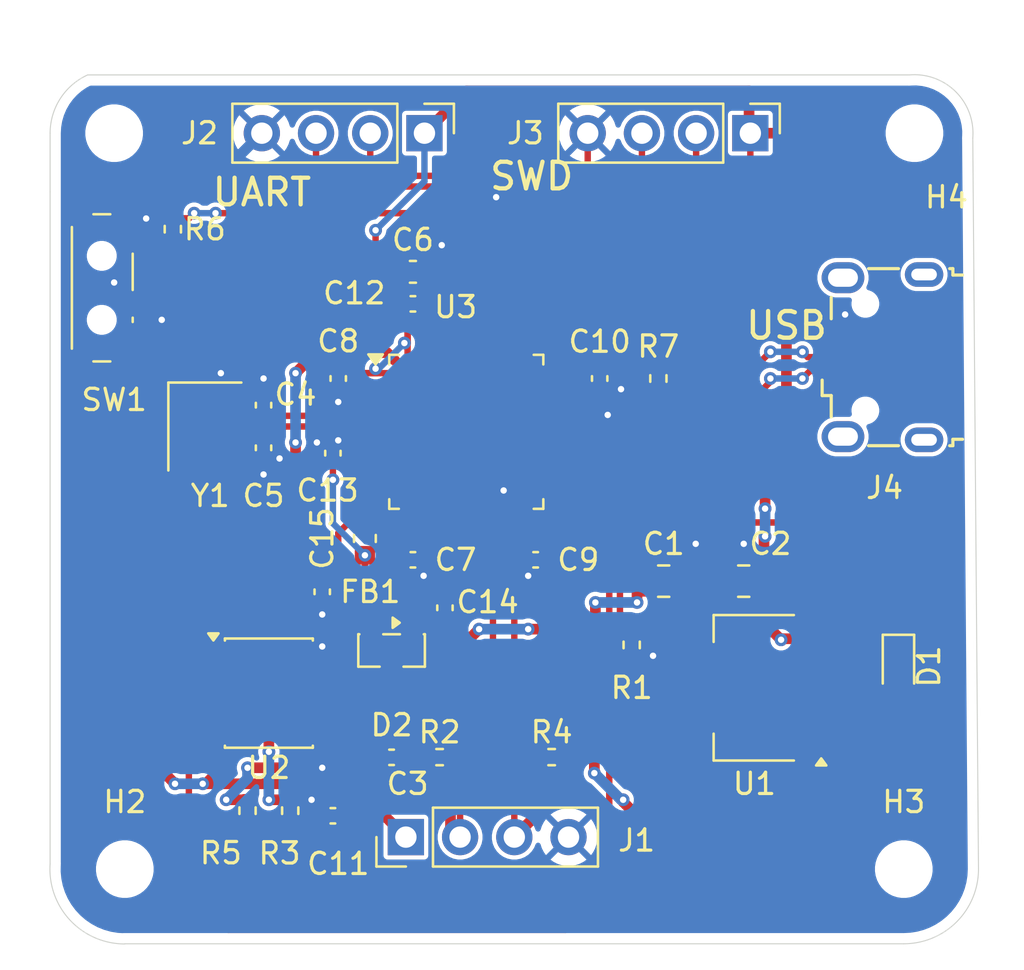
<source format=kicad_pcb>
(kicad_pcb (version 20241229) (generator "pcbnew") (generator_version "9.0")
  (layers (0 "F.Cu" signal) (2 "B.Cu" power) (13 "F.Paste" user) (15 "B.Paste" user) (5 "F.SilkS" user "F.Silkscreen") (7 "B.SilkS" user "B.Silkscreen") (1 "F.Mask" user) (3 "B.Mask" user) (25 "Edge.Cuts" user))
  (net 0 "")
  (net 1 "GND")
  (net 2 "+3.3V")
  (net 3 "/HSE_IN")
  (net 4 "/HSE_OUT")
  (net 5 "/NRST")
  (net 6 "Net-(C11-Pad2)")
  (net 7 "+3.3VA")
  (net 8 "Net-(C15-Pad1)")
  (net 9 "Net-(D1-K)")
  (net 10 "Net-(U2-CANH)")
  (net 11 "Net-(U2-CANL)")
  (net 12 "/I2C2_SCL")
  (net 13 "/I2C2_SDA")
  (net 14 "/USART1_RX")
  (net 15 "/USART1_TX")
  (net 16 "/SWDIO")
  (net 17 "/SWCLK")
  (net 18 "/USB_D-")
  (net 20 "/USB_D+")
  (net 25 "VBUS")
  (net 26 "Net-(U3-BOOT0)")
  (net 27 "Net-(SW1-B)")
  (net 28 "/CAN_RX")
  (net 29 "/CAN_TX")
  (footprint "MountingHole:MountingHole_2.2mm_M2" (layer "F.Cu") (at 131.5 94)
    (property "Reference" "H3")
    (property "Value" "MountingHole")
  )
  (footprint "Connector_USB:USB_Micro-B_Wuerth_629105150521" (layer "F.Cu") (at 130.5 70 90)
    (property "Reference" "J4")
    (property "Value" "USB_B_Micro")
  )
  (footprint "Capacitor_SMD:C_0402_1005Metric" (layer "F.Cu") (at 108.5 67.5)
    (property "Reference" "C12")
    (property "Value" "100n")
  )
  (footprint "Inductor_SMD:L_0603_1608Metric" (layer "F.Cu") (at 106.25 78.5 90)
    (property "Reference" "FB1")
    (property "Value" "120R")
  )
  (footprint "Resistor_SMD:R_0402_1005Metric" (layer "F.Cu") (at 115 88.75)
    (property "Reference" "R4")
    (property "Value" "1k5")
  )
  (footprint "Capacitor_SMD:C_0402_1005Metric" (layer "F.Cu") (at 105 71 -90)
    (property "Reference" "C8")
    (property "Value" "100n")
  )
  (footprint "Capacitor_SMD:C_0402_1005Metric" (layer "F.Cu") (at 104.25 81 -90)
    (property "Reference" "C15")
    (property "Value" "1u")
  )
  (footprint "MountingHole:MountingHole_2.2mm_M2" (layer "F.Cu") (at 132 59.5)
    (property "Reference" "H4")
    (property "Value" "MountingHole")
  )
  (footprint "Button_Switch_SMD:SW_SPDT_PCM12" (layer "F.Cu") (at 94.25 66.75 -90)
    (property "Reference" "SW1")
    (property "Value" "SW_SPDT")
  )
  (footprint "Resistor_SMD:R_0402_1005Metric" (layer "F.Cu") (at 102.75 91.26 -90)
    (property "Reference" "R3")
    (property "Value" "60")
  )
  (footprint "Capacitor_SMD:C_0402_1005Metric" (layer "F.Cu") (at 104.75 74.5 90)
    (property "Reference" "C13")
    (property "Value" "10n")
  )
  (footprint "Capacitor_SMD:C_0805_2012Metric" (layer "F.Cu") (at 120.25 80.5)
    (property "Reference" "C1")
    (property "Value" "22u")
  )
  (footprint "MountingHole:MountingHole_2.2mm_M2" (layer "F.Cu") (at 95 94)
    (property "Reference" "H2")
    (property "Value" "MountingHole")
  )
  (footprint "Resistor_SMD:R_0402_1005Metric" (layer "F.Cu") (at 97.25 64 90)
    (property "Reference" "R6")
    (property "Value" "10k")
  )
  (footprint "Capacitor_SMD:C_0402_1005Metric" (layer "F.Cu") (at 107.5 88.76 180)
    (property "Reference" "C3")
    (property "Value" "0.1u")
  )
  (footprint "Resistor_SMD:R_0402_1005Metric" (layer "F.Cu") (at 120 71 -90)
    (property "Reference" "R7")
    (property "Value" "1k5")
  )
  (footprint "Capacitor_SMD:C_0402_1005Metric" (layer "F.Cu") (at 101.5 72.25 90)
    (property "Reference" "C4")
    (property "Value" "10p")
  )
  (footprint "Capacitor_SMD:C_0402_1005Metric" (layer "F.Cu") (at 114.25 79.5 180)
    (property "Reference" "C9")
    (property "Value" "100n")
  )
  (footprint "Resistor_SMD:R_0402_1005Metric" (layer "F.Cu") (at 109.75 88.75)
    (property "Reference" "R2")
    (property "Value" "1k5")
  )
  (footprint "Capacitor_SMD:C_0402_1005Metric" (layer "F.Cu") (at 101.5 74.25 -90)
    (property "Reference" "C5")
    (property "Value" "10p")
  )
  (footprint "Capacitor_SMD:C_0402_1005Metric" (layer "F.Cu") (at 108.5 79.5)
    (property "Reference" "C7")
    (property "Value" "100n")
  )
  (footprint "MountingHole:MountingHole_2.2mm_M2" (layer "F.Cu") (at 94.5 59.5)
    (property "Reference" "H1")
    (property "Value" "MountingHole")
  )
  (footprint "Resistor_SMD:R_0402_1005Metric" (layer "F.Cu") (at 100.75 91.26 90)
    (property "Reference" "R5")
    (property "Value" "60")
  )
  (footprint "Crystal:Crystal_SMD_3225-4Pin_3.2x2.5mm" (layer "F.Cu") (at 98.75 73.25 -90)
    (property "Reference" "Y1")
    (property "Value" "16MHz")
  )
  (footprint "LED_SMD:LED_0603_1608Metric" (layer "F.Cu") (at 131.25 84.5 -90)
    (property "Reference" "D1")
    (property "Value" "LED")
  )
  (footprint "Package_TO_SOT_SMD:SOT-223-3_TabPin2" (layer "F.Cu") (at 124.5 85.5 180)
    (property "Reference" "U1")
    (property "Value" "AMS1117-3.3")
  )
  (footprint "Package_QFP:LQFP-48_7x7mm_P0.5mm" (layer "F.Cu") (at 111 73.5)
    (property "Reference" "U3")
    (property "Value" "STM32F103C8T6")
  )
  (footprint "Capacitor_SMD:C_0402_1005Metric" (layer "F.Cu") (at 110 81.75 90)
    (property "Reference" "C14")
    (property "Value" "1u")
  )
  (footprint "Capacitor_SMD:C_0402_1005Metric" (layer "F.Cu") (at 104.75 91.5)
    (property "Reference" "C11")
    (property "Value" "4.7n")
  )
  (footprint "Package_SO:SOIC-8_3.9x4.9mm_P1.27mm" (layer "F.Cu") (at 101.75 85.75)
    (property "Reference" "U2")
    (property "Value" "SN65HVD230")
  )
  (footprint "Connector_PinHeader_2.54mm:PinHeader_1x04_P2.54mm_Vertical" (layer "F.Cu") (at 124.31 59.5 -90)
    (property "Reference" "J3")
    (property "Value" "Conn_01x04_Pin")
  )
  (footprint "Package_TO_SOT_SMD:SOT-23" (layer "F.Cu") (at 107.5 83.75 -90)
    (property "Reference" "D2")
    (property "Value" "NUP2105L")
  )
  (footprint "Capacitor_SMD:C_0805_2012Metric" (layer "F.Cu") (at 124 80.5 180)
    (property "Reference" "C2")
    (property "Value" "22u")
  )
  (footprint "Capacitor_SMD:C_0402_1005Metric" (layer "F.Cu") (at 117.25 71 -90)
    (property "Reference" "C10")
    (property "Value" "100n")
  )
  (footprint "Resistor_SMD:R_0402_1005Metric" (layer "F.Cu") (at 118.75 83.49 -90)
    (property "Reference" "R1")
    (property "Value" "1k5")
  )
  (footprint "Capacitor_SMD:C_0603_1608Metric" (layer "F.Cu") (at 108.5 66)
    (property "Reference" "C6")
    (property "Value" "10u")
  )
  (footprint "Connector_PinHeader_2.54mm:PinHeader_1x04_P2.54mm_Vertical" (layer "F.Cu") (at 108.17 92.5 90)
    (property "Reference" "J1")
    (property "Value" "Conn_01x04_Pin")
  )
  (footprint "Connector_PinHeader_2.54mm:PinHeader_1x04_P2.54mm_Vertical" (layer "F.Cu") (at 109.04 59.5 -90)
    (property "Reference" "J2")
    (property "Value" "Conn_01x04_Pin")
  )
  (gr_line (start 91.5 62.25) (end 91.5 59.5) (stroke (width 0.05)) (layer "Edge.Cuts"))
  (gr_line (start 93.258591 56.768901) (end 131.758591 56.768901) (stroke (width 0.05)) (layer "Edge.Cuts"))
  (gr_arc (start 95 97.508917) (mid 92.431953 96.391158) (end 91.5 93.75) (stroke (width 0.05)) (layer "Edge.Cuts"))
  (gr_arc (start 135 94) (mid 133.974874 96.474874) (end 131.5 97.5) (stroke (width 0.05)) (layer "Edge.Cuts"))
  (gr_line (start 134.732277 59.72769) (end 135 94) (stroke (width 0.05)) (layer "Edge.Cuts"))
  (gr_line (start 131.5 97.5) (end 95 97.5) (stroke (width 0.05)) (layer "Edge.Cuts"))
  (gr_arc (start 131.758591 56.768901) (mid 133.933834 57.55643) (end 134.732277 59.72769) (stroke (width 0.05)) (layer "Edge.Cuts"))
  (gr_arc (start 91.5 59.5) (mid 91.977677 57.875843) (end 93.258591 56.768901) (stroke (width 0.05)) (layer "Edge.Cuts"))
  (gr_line (start 91.5 62.25) (end 91.5 93.75) (stroke (width 0.05)) (layer "Edge.Cuts"))
  (gr_text "SWD" (at 112 62.25 0) (layer "F.SilkS") (effects (font (size 1.25 1.25) (thickness 0.2)) (justify left bottom)))
  (gr_text "USB" (at 124 69.25 0) (layer "F.SilkS") (effects (font (size 1.25 1.25) (thickness 0.2)) (justify left bottom)))
  (gr_text "UART" (at 99 63 0) (layer "F.SilkS") (effects (font (size 1.25 1.25) (thickness 0.2)) (justify left bottom)))
  (segment (start 114.501 71.25) (end 116.16924 71.25) (width 0.3) (layer "F.Cu") (net 1))
  (segment (start 108.75 67.73) (end 108.98 67.5) (width 0.3) (layer "F.Cu") (net 1))
  (segment (start 108.98 67.5) (end 108.98 66.295) (width 0.3) (layer "F.Cu") (net 1))
  (segment (start 116.16924 71.25) (end 117.62689 72.70765) (width 0.3) (layer "F.Cu") (net 1))
  (segment (start 112.75 76.25) (end 113.25 76.75) (width 0.3) (layer "F.Cu") (net 1))
  (segment (start 97.9 74.35) (end 99.05 75.5) (width 0.3) (layer "F.Cu") (net 1))
  (segment (start 116.69 62.44) (end 116.69 59.5) (width 0.3) (layer "F.Cu") (net 1))
  (segment (start 97.9 74.35) (end 96.949 73.399) (width 0.3) (layer "F.Cu") (net 1))
  (segment (start 96.949 71.44413) (end 97.29413 71.099) (width 0.3) (layer "F.Cu") (net 1))
  (segment (start 103.910958 81.48) (end 100.275958 85.115) (width 0.3) (layer "F.Cu") (net 1))
  (segment (start 113.25 77.6625) (end 113.25 76.75) (width 0.3) (layer "F.Cu") (net 1))
  (segment (start 104.75 74.02) (end 104.02 74.02) (width 0.3) (layer "F.Cu") (net 1))
  (segment (start 101.5 74.73) (end 101.5 75.5) (width 0.5) (layer "F.Cu") (net 1))
  (segment (start 118.23 71.48) (end 118.25 71.5) (width 0.3) (layer "F.Cu") (net 1))
  (segment (start 105.75 85.25) (end 105.75 84.8109) (width 0.5) (layer "F.Cu") (net 1))
  (segment (start 106.9375 85.25) (end 105.75 85.25) (width 0.5) (layer "F.Cu") (net 1))
  (segment (start 117.25 71.48) (end 118.23 71.48) (width 0.3) (layer "F.Cu") (net 1))
  (segment (start 99.5 70.75) (end 99.5 72.05) (width 0.5) (layer "F.Cu") (net 1))
  (segment (start 115.1625 71.25) (end 114.501 71.25) (width 0.3) (layer "F.Cu") (net 1))
  (segment (start 96 64.18) (end 95.68 64.5) (width 0.5) (layer "F.Cu") (net 1))
  (segment (start 101.5 74.73) (end 102.23 74.73) (width 0.5) (layer "F.Cu") (net 1))
  (segment (start 128.6 68.7) (end 128.6 68.15) (width 0.3) (layer "F.Cu") (net 1))
  (segment (start 116.75 62.5) (end 116.69 62.44) (width 0.3) (layer "F.Cu") (net 1))
  (segment (start 98.549 71.099) (end 99.6 72.15) (width 0.3) (layer "F.Cu") (net 1))
  (segment (start 107.02 88.76) (end 104.889 88.76) (width 0.3) (layer "F.Cu") (net 1))
  (segment (start 113.77 80.12) (end 113.9 80.25) (width 0.3) (layer "F.Cu") (net 1))
  (segment (start 117.02 71.25) (end 117.25 71.48) (width 0.3) (layer "F.Cu") (net 1))
  (segment (start 109.729 80.999) (end 109 80.999) (width 0.3) (layer "F.Cu") (net 1))
  (segment (start 104.02 74.02) (end 104 74) (width 0.3) (layer "F.Cu") (net 1))
  (segment (start 109.275 66) (end 109.275 65.325) (width 0.3) (layer "F.Cu") (net 1))
  (segment (start 104.25 83.5625) (end 104.25 83.82) (width 0.3) (layer "F.Cu") (net 1))
  (segment (start 128.6 68.15) (end 128.75 68) (width 0.3) (layer "F.Cu") (net 1))
  (segment (start 96.979999 68.5) (end 96.73 68.250001) (width 0.5) (layer "F.Cu") (net 1))
  (segment (start 99.5 72.05) (end 99.6 72.15) (width 0.5) (layer "F.Cu") (net 1))
  (segment (start 103.75 90.98) (end 104.27 91.5) (width 0.3) (layer "F.Cu") (net 1))
  (segment (start 113.25 78.98) (end 113.77 79.5) (width 0.3) (layer "F.Cu") (net 1))
  (segment (start 103.75 90.75) (end 103.75 90.98) (width 0.3) (layer "F.Cu") (net 1))
  (segment (start 109.275 65.325) (end 109.85 64.75) (width 0.3) (layer "F.Cu") (net 1))
  (segment (start 108.75 69.3375) (end 108.75 67.73) (width 0.3) (layer "F.Cu") (net 1))
  (segment (start 102.23 74.73) (end 102.25 74.75) (width 0.5) (layer "F.Cu") (net 1))
  (segment (start 104.889 88.76) (end 104.25 89.399) (width 0.3) (layer "F.Cu") (net 1))
  (segment (start 108.98 66.295) (end 109.275 66) (width 0.3) (layer "F.Cu") (net 1))
  (segment (start 108.98 79.5) (end 108.98 80.23) (width 0.5) (layer "F.Cu") (net 1))
  (segment (start 96.949 73.399) (end 96.949 71.44413) (width 0.3) (layer "F.Cu") (net 1))
  (segment (start 104.25 81.48) (end 103.910958 81.48) (width 0.3) (layer "F.Cu") (net 1))
  (segment (start 105 73.9) (end 104.87 73.9) (width 0.5) (layer "F.Cu") (net 1))
  (segment (start 104.25 81.48) (end 104.25 82.0625) (width 0.3) (layer "F.Cu") (net 1))
  (segment (start 97.29413 71.099) (end 98.549 71.099) (width 0.3) (layer "F.Cu") (net 1))
  (segment (start 104.25 83.82) (end 104.225 83.845) (width 0.3) (layer "F.Cu") (net 1))
  (segment (start 105 71.48) (end 105 72.1) (width 0.5) (layer "F.Cu") (net 1))
  (segment (start 104.7841 83.845) (end 104.225 83.845) (width 0.5) (layer "F.Cu") (net 1))
  (segment (start 101.5 71.77) (end 101.5 71.25) (width 0.5) (layer "F.Cu") (net 1))
  (segment (start 105.75 84.8109) (end 104.7841 83.845) (width 0.5) (layer "F.Cu") (net 1))
  (segment (start 95.68 65.32) (end 95.68 64.5) (width 0.5) (layer "F.Cu") (net 1))
  (segment (start 113.77 79.5) (end 113.77 80.12) (width 0.3) (layer "F.Cu") (net 1))
  (segment (start 100.275958 85.115) (end 99.275 85.115) (width 0.3) (layer "F.Cu") (net 1))
  (segment (start 96 63.5) (end 96 64.18) (width 0.5) (layer "F.Cu") (net 1))
  (segment (start 118.25 71.5) (end 118.25 72.08454) (width 0.3) (layer "F.Cu") (net 1))
  (segment (start 108.98 80.23) (end 109 80.25) (width 0.5) (layer "F.Cu") (net 1))
  (segment (start 99.05 75.5) (end 101.5 75.5) (width 0.3) (layer "F.Cu") (net 1))
  (segment (start 104.98 74.25) (end 104.75 74.02) (width 0.3) (layer "F.Cu") (net 1))
  (segment (start 94.5 66.5) (end 95.68 65.32) (width 0.5) (layer "F.Cu") (net 1))
  (segment (start 97.25 68.5) (end 96.979999 68.5) (width 0.5) (layer "F.Cu") (net 1))
  (segment (start 104.25 89.399) (end 104.25 89.25) (width 0.3) (layer "F.Cu") (net 1))
  (segment (start 107.5 84.6875) (end 106.9375 85.25) (width 0.5) (layer "F.Cu") (net 1))
  (segment (start 110 81.27) (end 109.729 80.999) (width 0.3) (layer "F.Cu") (net 1))
  (segment (start 109.025 67.455) (end 108.98 67.5) (width 0.3) (layer "F.Cu") (net 1))
  (segment (start 106.8375 74.25) (end 104.98 74.25) (width 0.3) (layer "F.Cu") (net 1))
  (segment (start 118.75 84) (end 119.75 84) (width 0.5) (layer "F.Cu") (net 1))
  (segment (start 109 80.999) (end 109 80.25) (width 0.3) (layer "F.Cu") (net 1))
  (segment (start 118.25 72.08454) (end 117.62689 72.70765) (width 0.3) (layer "F.Cu") (net 1))
  (segment (start 104.87 73.9) (end 104.75 74.02) (width 0.5) (layer "F.Cu") (net 1))
  (segment (start 113.25 77.6625) (end 113.25 78.98) (width 0.3) (layer "F.Cu") (net 1))
  (segment (start 112.4 62.5) (end 116.75 62.5) (width 0.3) (layer "F.Cu") (net 1))
  (segment (start 99.5 70.75) (end 97.25 68.5) (width 0.5) (layer "F.Cu") (net 1))
  (segment (start 101.5 71.25) (end 101.5 71) (width 0.5) (layer "F.Cu") (net 1))
  (via (at 105 73.9) (size 0.6) (drill 0.3) (layers "F.Cu" "B.Cu") (net 1))
  (via (at 94.5 66.5) (size 0.6) (drill 0.3) (layers "F.Cu" "B.Cu") (net 1))
  (via (at 119.75 84) (size 0.6) (drill 0.3) (layers "F.Cu" "B.Cu") (net 1))
  (via (at 112.75 76.25) (size 0.6) (drill 0.3) (layers "F.Cu" "B.Cu") (net 1))
  (via (at 113.9 80.25) (size 0.6) (drill 0.3) (layers "F.Cu" "B.Cu") (net 1))
  (via (at 104 74) (size 0.6) (drill 0.3) (layers "F.Cu" "B.Cu") (net 1))
  (via (at 104.25 82.0625) (size 0.6) (drill 0.3) (layers "F.Cu" "B.Cu") (net 1))
  (via (at 118.25 71.5) (size 0.6) (drill 0.3) (layers "F.Cu" "B.Cu") (net 1))
  (via (at 101.5 75.5) (size 0.6) (drill 0.3) (layers "F.Cu" "B.Cu") (net 1))
  (via (at 96 63.5) (size 0.6) (drill 0.3) (layers "F.Cu" "B.Cu") (net 1))
  (via (at 109 80.25) (size 0.6) (drill 0.3) (layers "F.Cu" "B.Cu") (net 1))
  (via (at 112.4 62.5) (size 0.6) (drill 0.3) (layers "F.Cu" "B.Cu") (net 1))
  (via (at 128.75 68) (size 0.6) (drill 0.3) (layers "F.Cu" "B.Cu") (net 1))
  (via (at 109.85 64.75) (size 0.6) (drill 0.3) (layers "F.Cu" "B.Cu") (net 1))
  (via (at 103.75 90.75) (size 0.6) (drill 0.3) (layers "F.Cu" "B.Cu") (net 1))
  (via (at 102.25 74.75) (size 0.6) (drill 0.3) (layers "F.Cu" "B.Cu") (net 1))
  (via (at 121.75 78.75) (size 0.6) (drill 0.3) (layers "F.Cu" "B.Cu") (net 1))
  (via (at 96.73 68.250001) (size 0.6) (drill 0.3) (layers "F.Cu" "B.Cu") (net 1))
  (via (at 101.5 71) (size 0.6) (drill 0.3) (layers "F.Cu" "B.Cu") (net 1))
  (via (at 104.25 89.25) (size 0.6) (drill 0.3) (layers "F.Cu" "B.Cu") (net 1))
  (via (at 104.25 83.5625) (size 0.6) (drill 0.3) (layers "F.Cu" "B.Cu") (net 1))
  (via (at 105 72.1) (size 0.6) (drill 0.3) (layers "F.Cu" "B.Cu") (net 1))
  (via (at 99.5 70.75) (size 0.6) (drill 0.3) (layers "F.Cu" "B.Cu") (net 1))
  (via (at 124 78.75) (size 0.6) (drill 0.3) (layers "F.Cu" "B.Cu") (net 1))
  (via (at 117.62689 72.70765) (size 0.6) (drill 0.3) (layers "F.Cu" "B.Cu") (net 1))
  (segment (start 116.5 77.75) (end 114.25 77.75) (width 0.3) (layer "B.Cu") (net 1))
  (segment (start 95 67.985083) (end 94.5 67.485083) (width 0.5) (layer "B.Cu") (net 1))
  (segment (start 114 77) (end 113.5 77) (width 0.3) (layer "B.Cu") (net 1))
  (segment (start 104.25 90.25) (end 103.75 90.75) (width 0.3) (layer "B.Cu") (net 1))
  (segment (start 102.25 74.75) (end 103.5 74.75) (width 0.5) (layer "B.Cu") (net 1))
  (segment (start 117.5 78.75) (end 116.5 77.75) (width 0.3) (layer "B.Cu") (net 1))
  (segment (start 105 72.1) (end 105 73.9) (width 0.5) (layer "B.Cu") (net 1))
  (segment (start 99 60.5) (end 100.42 60.5) (width 0.5) (layer "B.Cu") (net 1))
  (segment (start 104.25 89.25) (end 104.25 90.25) (width 0.3) (layer "B.Cu") (net 1))
  (segment (start 110 81.25) (end 111 80.25) (width 0.3) (layer "B.Cu") (net 1))
  (segment (start 114.25 77.75) (end 114 77.5) (width 0.3) (layer "B.Cu") (net 1))
  (segment (start 100.42 60.5) (end 101.42 59.5) (width 0.5) (layer "B.Cu") (net 1))
  (segment (start 117.62689 72.70765) (end 116.5 73.83454) (width 0.3) (layer "B.Cu") (net 1))
  (segment (start 121.75 78.75) (end 117.5 78.75) (width 0.3) (layer "B.Cu") (net 1))
  (segment (start 128.75 68) (end 121.75 68) (width 0.3) (layer "B.Cu") (net 1))
  (segment (start 109.85 64.75) (end 112.1 62.5) (width 0.3) (layer "B.Cu") (net 1))
  (segment (start 113.5 77) (end 112.75 76.25) (width 0.3) (layer "B.Cu") (net 1))
  (segment (start 104.25 82.0625) (end 104.25 83.5625) (width 0.3) (layer "B.Cu") (net 1))
  (segment (start 104 74.25) (end 104 74) (width 0.5) (layer "B.Cu") (net 1))
  (segment (start 116.5 73.83454) (end 116.5 77.75) (width 0.3) (layer "B.Cu") (net 1))
  (segment (start 96 63.5) (end 99 60.5) (width 0.5) (layer "B.Cu") (net 1))
  (segment (start 96.73 68.250001) (end 95 68.25) (width 0.5) (layer "B.Cu") (net 1))
  (segment (start 103.5 74.75) (end 104 74.25) (width 0.5) (layer "B.Cu") (net 1))
  (segment (start 114 77.5) (end 114 77) (width 0.3) (layer "B.Cu") (net 1))
  (segment (start 94.5 67.485083) (end 94.5 66.5) (width 0.5) (layer "B.Cu") (net 1))
  (segment (start 111 80.25) (end 113.9 80.25) (width 0.3) (layer "B.Cu") (net 1))
  (segment (start 121.75 68) (end 118.25 71.5) (width 0.3) (layer "B.Cu") (net 1))
  (segment (start 95 68.25) (end 95 67.985083) (width 0.5) (layer "B.Cu") (net 1))
  (segment (start 112.1 62.5) (end 112.4 62.5) (width 0.3) (layer "B.Cu") (net 1))
  (segment (start 115.1625 70.75) (end 117.02 70.75) (width 0.3) (layer "F.Cu") (net 2))
  (segment (start 117.25 70.52) (end 119.97 70.52) (width 0.3) (layer "F.Cu") (net 2))
  (segment (start 109.24 88.75) (end 107.99 88.75) (width 0.5) (layer "F.Cu") (net 2))
  (segment (start 124.95 80.5) (end 124.95 78.45) (width 0.5) (layer "F.Cu") (net 2))
  (segment (start 106.8375 70.75) (end 105.23 70.75) (width 0.3) (layer "F.Cu") (net 2))
  (segment (start 117 82.5) (end 114.73 80.23) (width 0.5) (layer "F.Cu") (net 2))
  (segment (start 108.25 69.3375) (end 108.25 67.73) (width 0.3) (layer "F.Cu") (net 2))
  (segment (start 106.8375 70.6265) (end 106.75 70.539) (width 0.3) (layer "F.Cu") (net 2))
  (segment (start 117 82.5) (end 117.049 82.451) (width 0.5) (layer "F.Cu") (net 2))
  (segment (start 111.6 82.75) (end 109.24 85.11) (width 0.5) (layer "F.Cu") (net 2))
  (segment (start 120 70.49) (end 124.31 66.18) (width 0.3) (layer "F.Cu") (net 2))
  (segment (start 124.95 78.45) (end 125 78.4) (width 0.5) (layer "F.Cu") (net 2))
  (segment (start 130 90.5) (end 127 93.5) (width 0.5) (layer "F.Cu") (net 2))
  (segment (start 131.0375 85.5) (end 131.25 85.2875) (width 0.5) (layer "F.Cu") (net 2))
  (segment (start 107.99 88.75) (end 107.98 88.76) (width 0.5) (layer "F.Cu") (net 2))
  (segment (start 100.75 86.5) (end 100.75 87.901) (width 0.3) (layer "F.Cu") (net 2))
  (segment (start 124.25 57.519901) (end 124.25 59.44) (width 0.5) (layer "F.Cu") (net 2))
  (segment (start 117 89.5) (end 117 82.5) (width 0.5) (layer "F.Cu") (net 2))
  (segment (start 126 60) (end 125.5 59.5) (width 0.5) (layer "F.Cu") (net 2))
  (segment (start 121 93.5) (end 118.5 91) (width 0.5) (layer "F.Cu") (net 2))
  (segment (start 111.020099 57.519901) (end 124.25 57.519901) (width 0.5) (layer "F.Cu") (net 2))
  (segment (start 105.23 70.75) (end 105 70.52) (width 0.3) (layer "F.Cu") (net 2))
  (segment (start 113.75 78.75) (end 114.25 78.75) (width 0.3) (layer "F.Cu") (net 2))
  (segment (start 94 89) (end 94.5 89.5) (width 0.5) (layer "F.Cu") (net 2))
  (segment (start 94.628 69) (end 94 69.628) (width 0.5) (layer "F.Cu") (net 2))
  (segment (start 99.275 86.385) (end 100.635 86.385) (width 0.3) (layer "F.Cu") (net 2))
  (segment (start 119 81.5) (end 119 80.8) (width 0.5) (layer "F.Cu") (net 2))
  (segment (start 117 82.5) (end 116.75 82.75) (width 0.5) (layer "F.Cu") (net 2))
  (segment (start 124.95 80.5) (end 124.95 82.45) (width 0.5) (layer "F.Cu") (net 2))
  (segment (start 117.02 70.75) (end 117.25 70.52) (width 0.3) (layer "F.Cu") (net 2))
  (segment (start 114.49 83.51) (end 114.49 88.75) (width 0.5) (layer "F.Cu") (net 2))
  (segment (start 109.24 85.11) (end 109.24 88.75) (width 0.5) (layer "F.Cu") (net 2))
  (segment (start 106.929682 91.259682) (end 108.17 92.5) (width 0.5) (layer "F.Cu") (net 2))
  (segment (start 100.75 87.901) (end 98.651 90) (width 0.3) (layer "F.Cu") (net 2))
  (segment (start 115.25 82.75) (end 114 82.75) (width 0.5) (layer "F.Cu") (net 2))
  (segment (start 118.5 91) (end 118.35 90.85) (width 0.5) (layer "F.Cu") (net 2))
  (segment (start 98.65 90) (end 98.651 90) (width 0.5) (layer "F.Cu") (net 2))
  (segment (start 116.75 82.75) (end 115.25 82.75) (width 0.5) (layer "F.Cu") (net 2))
  (segment (start 131.25 85.2875) (end 132.5 84.0375) (width 0.5) (layer "F.Cu") (net 2))
  (segment (start 119 80.8) (end 119.3 80.5) (width 0.5) (layer "F.Cu") (net 2))
  (segment (start 127 93.5) (end 121 93.5) (width 0.5) (layer "F.Cu") (net 2))
  (segment (start 106.929682 90) (end 98.65 90) (width 0.5) (layer "F.Cu") (net 2))
  (segment (start 113.75 77.6625) (end 113.75 78.75) (width 0.3) (layer "F.Cu") (net 2))
  (segment (start 114 82.75) (end 113.9 82.75) (width 0.5) (layer "F.Cu") (net 2))
  (segment (start 119.97 70.52) (end 120 70.49) (width 0.3) (layer "F.Cu") (net 2))
  (segment (start 126 74.75) (end 126 60) (width 0.5) (layer "F.Cu") (net 2))
  (segment (start 115.25 82.75) (end 114.49 83.51) (width 0.5) (layer "F.Cu") (net 2))
  (segment (start 125.8 83.2) (end 125.75 83.25) (width 0.5) (layer "F.Cu") (net 2))
  (segment (start 115.1625 70.75) (end 114.969235 70.75) (width 0.3) (layer "F.Cu") (net 2))
  (segment (start 127.65 83.2) (end 125.8 83.2) (width 0.5) (layer "F.Cu") (net 2))
  (segment (start 114.25 78.75) (end 114.73 79.23) (width 0.3) (layer "F.Cu") (net 2))
  (segment (start 124.95 82.45) (end 125.75 83.25) (width 0.5) (layer "F.Cu") (net 2))
  (segment (start 94 69.628) (end 94 89) (width 0.5) (layer "F.Cu") (net 2))
  (segment (start 125 77.1) (end 125 75.75) (width 0.5) (layer "F.Cu") (net 2))
  (segment (start 132.5 84.0375) (end 132.5 81.25) (width 0.5) (layer "F.Cu") (net 2))
  (segment (start 114.73 79.23) (end 114.73 79.5) (width 0.3) (layer "F.Cu") (net 2))
  (segment (start 125 75.75) (end 126 74.75) (width 0.5) (layer "F.Cu") (net 2))
  (segment (start 124.25 59.44) (end 124.31 59.5) (width 0.5) (layer "F.Cu") (net 2))
  (segment (start 132.5 81.25) (end 126 74.75) (width 0.5) (layer "F.Cu") (net 2))
  (segment (start 106.75 64.75) (end 106.75 64.049997) (width 0.3) (layer "F.Cu") (net 2))
  (segment (start 100.635 86.385) (end 100.75 86.5) (width 0.3) (layer "F.Cu") (net 2))
  (segment (start 109.04 59.5) (end 111.020099 57.519901) (width 0.5) (layer "F.Cu") (net 2))
  (segment (start 107.725 66) (end 107.725 65.725) (width 0.3) (layer "F.Cu") (net 2))
  (segment (start 124.31 66.18) (end 124.31 59.5) (width 0.3) (layer "F.Cu") (net 2))
  (segment (start 95.68 69) (end 94.628 69) (width 0.5) (layer "F.Cu") (net 2))
  (segment (start 117.049 82.451) (end 117.049 81.5) (width 0.5) (layer "F.Cu") (net 2))
  (segment (start 125.5 59.5) (end 124.31 59.5) (width 0.5) (layer "F.Cu") (net 2))
  (segment (start 127.65 85.5) (end 130 85.5) (width 0.5) (layer "F.Cu") (net 2))
  (segment (start 106.8375 70.75) (end 106.8375 70.6265) (width 0.3) (layer "F.Cu") (net 2))
  (segment (start 108.02 66.295) (end 107.725 66) (width 0.3) (layer "F.Cu") (net 2))
  (segment (start 130 85.5) (end 130 90.5) (width 0.5) (layer "F.Cu") (net 2))
  (segment (start 107.98 88.76) (end 107.98 88.949682) (width 0.5) (layer "F.Cu") (net 2))
  (segment (start 107.98 88.949682) (end 107.089841 89.839841) (width 0.5) (layer "F.Cu") (net 2))
  (segment (start 94.5 89.5) (end 96.851 89.5) (width 0.5) (layer "F.Cu") (net 2))
  (segment (start 106.929682 90) (end 106.929682 91.259682) (width 0.5) (layer "F.Cu") (net 2))
  (segment (start 108.25 67.73) (end 108.02 67.5) (width 0.3) (layer "F.Cu") (net 2))
  (segment (start 130 85.5) (end 131.0375 85.5) (width 0.5) (layer "F.Cu") (net 2))
  (segment (start 108.02 67.5) (end 108.02 66.295) (width 0.3) (layer "F.Cu") (net 2))
  (segment (start 107.725 65.725) (end 106.75 64.75) (width 0.3) (layer "F.Cu") (net 2))
  (segment (start 108.1 69.3375) (end 108.25 69.3375) (width 0.3) (layer "F.Cu") (net 2))
  (segment (start 118.35 90.85) (end 118.35 90.75) (width 0.5) (layer "F.Cu") (net 2))
  (segment (start 114.73 80.23) (end 114.73 79.5) (width 0.5) (layer "F.Cu") (net 2))
  (segment (start 107.089841 89.839841) (end 106.929682 90) (width 0.5) (layer "F.Cu") (net 2))
  (segment (start 96.851 89.5) (end 97.351 90) (width 0.5) (layer "F.Cu") (net 2))
  (via (at 108.1 69.3375) (size 0.6) (drill 0.3) (layers "F.Cu" "B.Cu") (net 2))
  (via (at 98.651 90) (size 0.6) (drill 0.3) (layers "F.Cu" "B.Cu") (net 2))
  (via (at 111.6 82.75) (size 0.6) (drill 0.3) (layers "F.Cu" "B.Cu") (net 2))
  (via (at 113.9 82.75) (size 0.6) (drill 0.3) (layers "F.Cu" "B.Cu") (net 2))
  (via (at 106.75 70.539) (size 0.6) (drill 0.3) (layers "F.Cu" "B.Cu") (net 2))
  (via (at 125 77.1) (size 0.6) (drill 0.3) (layers "F.Cu" "B.Cu") (net 2))
  (via (at 117 89.5) (size 0.6) (drill 0.3) (layers "F.Cu" "B.Cu") (net 2))
  (via (at 106.75 64.049997) (size 0.6) (drill 0.3) (layers "F.Cu" "B.Cu") (net 2))
  (via (at 125.75 83.25) (size 0.6) (drill 0.3) (layers "F.Cu" "B.Cu") (net 2))
  (via (at 117.049 81.5) (size 0.6) (drill 0.3) (layers "F.Cu" "B.Cu") (net 2))
  (via (at 118.35 90.75) (size 0.6) (drill 0.3) (layers "F.Cu" "B.Cu") (net 2))
  (via (at 125 78.4) (size 0.6) (drill 0.3) (layers "F.Cu" "B.Cu") (net 2))
  (via (at 97.351 90) (size 0.6) (drill 0.3) (layers "F.Cu" "B.Cu") (net 2))
  (via (at 119 81.5) (size 0.6) (drill 0.3) (layers "F.Cu" "B.Cu") (net 2))
  (segment (start 98.651 90) (end 97.351 90) (width 0.5) (layer "B.Cu") (net 2))
  (segment (start 106.75 64.049997) (end 109.04 61.759997) (width 0.3) (layer "B.Cu") (net 2))
  (segment (start 113.9 82.75) (end 111.6 82.75) (width 0.5) (layer "B.Cu") (net 2))
  (segment (start 109.04 61.759997) (end 109.04 59.5) (width 0.3) (layer "B.Cu") (net 2))
  (segment (start 125 78.4) (end 125 77.1) (width 0.5) (layer "B.Cu") (net 2))
  (segment (start 118.35 90.75) (end 118.25 90.75) (width 0.5) (layer "B.Cu") (net 2))
  (segment (start 106.8985 70.539) (end 106.75 70.539) (width 0.3) (layer "B.Cu") (net 2))
  (segment (start 117.049 81.5) (end 119 81.5) (width 0.5) (layer "B.Cu") (net 2))
  (segment (start 118.25 90.75) (end 117 89.5) (width 0.5) (layer "B.Cu") (net 2))
  (segment (start 108.1 69.3375) (end 106.8985 70.539) (width 0.3) (layer "B.Cu") (net 2))
  (segment (start 98.951 73.201) (end 97.9 72.15) (width 0.3) (layer "F.Cu") (net 3))
  (segment (start 101.5 72.73) (end 101.029 73.201) (width 0.3) (layer "F.Cu") (net 3))
  (segment (start 101.52 72.75) (end 101.5 72.73) (width 0.3) (layer "F.Cu") (net 3))
  (segment (start 101.029 73.201) (end 98.951 73.201) (width 0.3) (layer "F.Cu") (net 3))
  (segment (start 106.8375 72.75) (end 101.52 72.75) (width 0.3) (layer "F.Cu") (net 3))
  (segment (start 100.18 73.77) (end 99.6 74.35) (width 0.3) (layer "F.Cu") (net 4))
  (segment (start 106.8375 73.25) (end 102.5 73.25) (width 0.3) (layer "F.Cu") (net 4))
  (segment (start 101.98 73.77) (end 101.5 73.77) (width 0.3) (layer "F.Cu") (net 4))
  (segment (start 102.5 73.25) (end 101.98 73.77) (width 0.3) (layer "F.Cu") (net 4))
  (segment (start 101.5 73.77) (end 100.18 73.77) (width 0.3) (layer "F.Cu") (net 4))
  (segment (start 108 76.429534) (end 107.749 76.680534) (width 0.3) (layer "F.Cu") (net 5))
  (segment (start 106.8375 73.75) (end 107.75 73.75) (width 0.3) (layer "F.Cu") (net 5))
  (segment (start 108 74) (end 108 76.429534) (width 0.3) (layer "F.Cu") (net 5))
  (segment (start 107.749 76.680534) (end 107.749 79.229) (width 0.3) (layer "F.Cu") (net 5))
  (segment (start 107.75 73.75) (end 108 74) (width 0.3) (layer "F.Cu") (net 5))
  (segment (start 107.749 79.229) (end 108.02 79.5) (width 0.3) (layer "F.Cu") (net 5))
  (segment (start 104.799 92.411) (end 105.23 91.98) (width 0.3) (layer "F.Cu") (net 6))
  (segment (start 105.23 91.98) (end 105.23 91.5) (width 0.3) (layer "F.Cu") (net 6))
  (segment (start 103.391 92.411) (end 104.799 92.411) (width 0.3) (layer "F.Cu") (net 6))
  (segment (start 100.75 91.77) (end 102.75 91.77) (width 0.3) (layer "F.Cu") (net 6))
  (segment (start 102.75 91.77) (end 103.391 92.411) (width 0.3) (layer "F.Cu") (net 6))
  (segment (start 109.25 82) (end 109.48 82.23) (width 0.3) (layer "F.Cu") (net 7))
  (segment (start 109.25 81.5) (end 109.25 82) (width 0.3) (layer "F.Cu") (net 7))
  (segment (start 104.98 74.75) (end 104.75 74.98) (width 0.3) (layer "F.Cu") (net 7))
  (segment (start 109.48 82.23) (end 110 82.23) (width 0.3) (layer "F.Cu") (net 7))
  (segment (start 106.8375 74.75) (end 104.98 74.75) (width 0.3) (layer "F.Cu") (net 7))
  (segment (start 104.75 74.98) (end 104.75 75.75) (width 0.3) (layer "F.Cu") (net 7))
  (segment (start 106.25 79.2875) (end 106.25 81.5) (width 0.3) (layer "F.Cu") (net 7))
  (segment (start 106.25 81.5) (end 109.25 81.5) (width 0.3) (layer "F.Cu") (net 7))
  (via (at 104.75 75.75) (size 0.6) (drill 0.3) (layers "F.Cu" "B.Cu") (net 7))
  (via (at 106.25 79.2875) (size 0.6) (drill 0.3) (layers "F.Cu" "B.Cu") (net 7))
  (segment (start 104.75 75.75) (end 104.75 77.7875) (width 0.3) (layer "B.Cu") (net 7))
  (segment (start 104.75 77.7875) (end 106.25 79.2875) (width 0.3) (layer "B.Cu") (net 7))
  (segment (start 104.25 80.52) (end 104.98 80.52) (width 0.3) (layer "F.Cu") (net 8))
  (segment (start 105.5375 77.7125) (end 106.25 77.7125) (width 0.3) (layer "F.Cu") (net 8))
  (segment (start 104.98 80.52) (end 105 80.5) (width 0.3) (layer "F.Cu") (net 8))
  (segment (start 105 78.25) (end 105.5375 77.7125) (width 0.3) (layer "F.Cu") (net 8))
  (segment (start 105 80.5) (end 105 78.25) (width 0.3) (layer "F.Cu") (net 8))
  (segment (start 126.5 77.75) (end 126.5 81.5) (width 0.3) (layer "F.Cu") (net 9))
  (segment (start 118.2 82) (end 118.2 78.05) (width 0.3) (layer "F.Cu") (net 9))
  (segment (start 118.75 82.55) (end 118.2 82) (width 0.3) (layer "F.Cu") (net 9))
  (segment (start 118.75 82.98) (end 118.75 82.55) (width 0.3) (layer "F.Cu") (net 9))
  (segment (start 118.5 77.75) (end 126.5 77.75) (width 0.3) (layer "F.Cu") (net 9))
  (segment (start 126.5 81.5) (end 129.0375 81.5) (width 0.3) (layer "F.Cu") (net 9))
  (segment (start 118.2 78.05) (end 118.5 77.75) (width 0.3) (layer "F.Cu") (net 9))
  (segment (start 129.0375 81.5) (end 131.25 83.7125) (width 0.3) (layer "F.Cu") (net 9))
  (segment (start 101.75 87.0309) (end 101.75 88.5) (width 0.5) (layer "F.Cu") (net 10))
  (segment (start 103.6659 85.115) (end 102.799 84.2481) (width 0.5) (layer "F.Cu") (net 10))
  (segment (start 103.6659 85.115) (end 101.75 87.0309) (width 0.5) (layer "F.Cu") (net 10))
  (segment (start 101.75 90.75) (end 102.75 90.75) (width 0.5) (layer "F.Cu") (net 10))
  (segment (start 102.799 83.4419) (end 103.4284 82.8125) (width 0.5) (layer "F.Cu") (net 10))
  (segment (start 103.4284 82.8125) (end 106.55 82.8125) (width 0.5) (layer "F.Cu") (net 10))
  (segment (start 104.225 85.115) (end 103.6659 85.115) (width 0.5) (layer "F.Cu") (net 10))
  (segment (start 102.799 84.2481) (end 102.799 83.4419) (width 0.5) (layer "F.Cu") (net 10))
  (via (at 101.75 88.5) (size 0.6) (drill 0.3) (layers "F.Cu" "B.Cu") (net 10))
  (via (at 101.75 90.75) (size 0.6) (drill 0.3) (layers "F.Cu" "B.Cu") (net 10))
  (segment (start 101.75 88.5) (end 101.75 90.75) (width 0.5) (layer "B.Cu") (net 10))
  (segment (start 102.75 89.25) (end 100.75 89.25) (width 0.5) (layer "F.Cu") (net 11))
  (segment (start 104.225 86.385) (end 103.436091 86.385) (width 0.5) (layer "F.Cu") (net 11))
  (segment (start 102.75 87.071091) (end 102.75 89.25) (width 0.5) (layer "F.Cu") (net 11))
  (segment (start 99.75 90.75) (end 100.75 90.75) (width 0.5) (layer "F.Cu") (net 11))
  (segment (start 108.365 86.385) (end 108.5 86.25) (width 0.5) (layer "F.Cu") (net 11))
  (segment (start 104.225 86.385) (end 108.365 86.385) (width 0.5) (layer "F.Cu") (net 11))
  (segment (start 108.45 86.2) (end 108.45 82.8125) (width 0.5) (layer "F.Cu") (net 11))
  (segment (start 108.5 86.25) (end 108.45 86.2) (width 0.5) (layer "F.Cu") (net 11))
  (segment (start 103.436091 86.385) (end 102.75 87.071091) (width 0.5) (layer "F.Cu") (net 11))
  (via (at 100.75 89.25) (size 0.6) (drill 0.3) (layers "F.Cu" "B.Cu") (net 11))
  (via (at 99.75 90.75) (size 0.6) (drill 0.3) (layers "F.Cu" "B.Cu") (net 11))
  (segment (start 100.75 89.75) (end 99.75 90.75) (width 0.5) (layer "B.Cu") (net 11))
  (segment (start 100.75 89.25) (end 100.75 89.75) (width 0.5) (layer "B.Cu") (net 11))
  (segment (start 112.25 89) (end 110.71 90.54) (width 0.3) (layer "F.Cu") (net 12))
  (segment (start 112.25 77.6625) (end 112.25 89) (width 0.3) (layer "F.Cu") (net 12))
  (segment (start 110.26 88.75) (end 110.26 92.05) (width 0.5) (layer "F.Cu") (net 12))
  (segment (start 110.71 90.54) (end 110.71 92.5) (width 0.3) (layer "F.Cu") (net 12))
  (segment (start 110.26 92.05) (end 110.71 92.5) (width 0.5) (layer "F.Cu") (net 12))
  (segment (start 113.25 80.25) (end 113.25 92.5) (width 0.3) (layer "F.Cu") (net 13))
  (segment (start 115.51 88.75) (end 115.51 90.24) (width 0.5) (layer "F.Cu") (net 13))
  (segment (start 115.51 90.24) (end 113.25 92.5) (width 0.5) (layer "F.Cu") (net 13))
  (segment (start 112.75 79.75) (end 113.25 80.25) (width 0.3) (layer "F.Cu") (net 13))
  (segment (start 112.75 77.6625) (end 112.75 79.75) (width 0.3) (layer "F.Cu") (net 13))
  (segment (start 103.96 61.71) (end 103.96 59.5) (width 0.3) (layer "F.Cu") (net 14))
  (segment (start 110.5 62) (end 104.25 62) (width 0.3) (layer "F.Cu") (net 14))
  (segment (start 111.25 67.25) (end 111.25 62.75) (width 0.3) (layer "F.Cu") (net 14))
  (segment (start 110.75 67.75) (end 111.25 67.25) (width 0.3) (layer "F.Cu") (net 14))
  (segment (start 104.25 62) (end 103.96 61.71) (width 0.3) (layer "F.Cu") (net 14))
  (segment (start 110.75 69.3375) (end 110.75 67.75) (width 0.3) (layer "F.Cu") (net 14))
  (segment (start 111.25 62.75) (end 110.5 62) (width 0.3) (layer "F.Cu") (net 14))
  (segment (start 106.5 61.25) (end 106.5 59.5) (width 0.3) (layer "F.Cu") (net 15))
  (segment (start 111.75 62.5) (end 110.75 61.5) (width 0.3) (layer "F.Cu") (net 15))
  (segment (start 106.75 61.5) (end 106.5 61.25) (width 0.3) (layer "F.Cu") (net 15))
  (segment (start 111.75 67.5) (end 111.75 62.5) (width 0.3) (layer "F.Cu") (net 15))
  (segment (start 111.25 68) (end 111.75 67.5) (width 0.3) (layer "F.Cu") (net 15))
  (segment (start 110.75 61.5) (end 106.75 61.5) (width 0.3) (layer "F.Cu") (net 15))
  (segment (start 111.25 69.3375) (end 111.25 68) (width 0.3) (layer "F.Cu") (net 15))
  (segment (start 114 70.5) (end 121.77 62.73) (width 0.3) (layer "F.Cu") (net 16))
  (segment (start 114 71.75) (end 114 70.5) (width 0.3) (layer "F.Cu") (net 16))
  (segment (start 115.1625 71.75) (end 114 71.75) (width 0.3) (layer "F.Cu") (net 16))
  (segment (start 121.77 62.73) (end 121.77 59.5) (width 0.3) (layer "F.Cu") (net 16))
  (segment (start 113.75 69.3375) (end 113.75 66.75) (width 0.3) (layer "F.Cu") (net 17))
  (segment (start 113.75 66.75) (end 119.23 61.27) (width 0.3) (layer "F.Cu") (net 17))
  (segment (start 119.23 61.27) (end 119.23 59.5) (width 0.3) (layer "F.Cu") (net 17))
  (segment (start 116.004534 72.75) (end 115.1625 72.75) (width 0.3) (layer "F.Cu") (net 18))
  (segment (start 127.1 70.65) (end 128.6 70.65) (width 0.3) (layer "F.Cu") (net 18))
  (segment (start 117.414534 74.15) (end 122.249 74.15) (width 0.3) (layer "F.Cu") (net 18))
  (segment (start 125.25 71.149) (end 125.25 71) (width 0.3) (layer "F.Cu") (net 18))
  (segment (start 117.409534 74.155) (end 117.414534 74.15) (width 0.3) (layer "F.Cu") (net 18))
  (segment (start 126.75 71) (end 127.1 70.65) (width 0.3) (layer "F.Cu") (net 18))
  (segment (start 122.249 74.15) (end 125.25 71.149) (width 0.3) (layer "F.Cu") (net 18))
  (segment (start 117.409534 74.155) (end 116.004534 72.75) (width 0.3) (layer "F.Cu") (net 18))
  (via (at 126.75 71) (size 0.6) (drill 0.3) (layers "F.Cu" "B.Cu") (net 18))
  (via (at 125.25 71) (size 0.6) (drill 0.3) (layers "F.Cu" "B.Cu") (net 18))
  (segment (start 125.25 71) (end 126.75 71) (width 0.3) (layer "B.Cu") (net 18))
  (segment (start 117.505 73.505) (end 117.51 73.5) (width 0.3) (layer "F.Cu") (net 20))
  (segment (start 117.51 73.5) (end 118.01 73.5) (width 0.3) (layer "F.Cu") (net 20))
  (segment (start 116.25 72.25) (end 115.1625 72.25) (width 0.3) (layer "F.Cu") (net 20))
  (segment (start 127 70) (end 128.6 70) (width 0.3) (layer "F.Cu") (net 20))
  (segment (start 118.01 73.5) (end 120 71.51) (width 0.3) (layer "F.Cu") (net 20))
  (segment (start 121.5 73.5) (end 125.25 69.75) (width 0.3) (layer "F.Cu") (net 20))
  (segment (start 117.505 73.505) (end 116.25 72.25) (width 0.3) (layer "F.Cu") (net 20))
  (segment (start 118.01 73.5) (end 121.5 73.5) (width 0.3) (layer "F.Cu") (net 20))
  (segment (start 126.75 69.75) (end 127 70) (width 0.3) (layer "F.Cu") (net 20))
  (via (at 125.25 69.75) (size 0.6) (drill 0.3) (layers "F.Cu" "B.Cu") (net 20))
  (via (at 126.75 69.75) (size 0.6) (drill 0.3) (layers "F.Cu" "B.Cu") (net 20))
  (segment (start 125.25 69.75) (end 126.75 69.75) (width 0.3) (layer "B.Cu") (net 20))
  (segment (start 98.01 63.49) (end 98.25 63.25) (width 0.3) (layer "F.Cu") (net 26))
  (segment (start 99.25 63.25) (end 109.5 63.25) (width 0.3) (layer "F.Cu") (net 26))
  (segment (start 109.5 63.25) (end 110.5 64.25) (width 0.3) (layer "F.Cu") (net 26))
  (segment (start 110.25 67.25) (end 110.25 69.3375) (width 0.3) (layer "F.Cu") (net 26))
  (segment (start 97.25 63.49) (end 98.01 63.49) (width 0.3) (layer "F.Cu") (net 26))
  (segment (start 110.5 67) (end 110.25 67.25) (width 0.3) (layer "F.Cu") (net 26))
  (segment (start 110.5 64.25) (end 110.5 67) (width 0.3) (layer "F.Cu") (net 26))
  (via (at 99.25 63.25) (size 0.6) (drill 0.3) (layers "F.Cu" "B.Cu") (net 26))
  (via (at 98.25 63.25) (size 0.6) (drill 0.3) (layers "F.Cu" "B.Cu") (net 26))
  (segment (start 98.25 63.25) (end 99.25 63.25) (width 0.3) (layer "B.Cu") (net 26))
  (segment (start 97.25 64.51) (end 97.25 67.5) (width 0.5) (layer "F.Cu") (net 27))
  (segment (start 97.25 67.5) (end 95.68 67.5) (width 0.5) (layer "F.Cu") (net 27))
  (segment (start 99.275 87.655) (end 98.001 88.929) (width 0.3) (layer "F.Cu") (net 28))
  (segment (start 109.75 72.179534) (end 109.75 69.3375) (width 0.3) (layer "F.Cu") (net 28))
  (segment (start 98 95) (end 99.849 96.849) (width 0.3) (layer "F.Cu") (net 28))
  (segment (start 115.651 96.849) (end 117.699 94.801) (width 0.3) (layer "F.Cu") (net 28))
  (segment (start 117.699 94.801) (end 117.699 80.128534) (width 0.3) (layer "F.Cu") (net 28))
  (segment (start 99.849 96.849) (end 115.651 96.849) (width 0.3) (layer "F.Cu") (net 28))
  (segment (start 98.001 88.929) (end 98.001 94.999) (width 0.3) (layer "F.Cu") (net 28))
  (segment (start 117.699 80.128534) (end 109.75 72.179534) (width 0.3) (layer "F.Cu") (net 28))
  (segment (start 98.001 94.999) (end 98 95) (width 0.3) (layer "F.Cu") (net 28))
  (segment (start 103.961 69.789) (end 107.289 69.789) (width 0.5) (layer "F.Cu") (net 29))
  (segment (start 109.25 70.25) (end 109.25 69.3375) (width 0.3) (layer "F.Cu") (net 29))
  (segment (start 103 70.75) (end 103.961 69.789) (width 0.5) (layer "F.Cu") (net 29))
  (segment (start 103 81.25) (end 103 74) (width 0.5) (layer "F.Cu") (net 29))
  (segment (start 107.926 70.426) (end 109.074 70.426) (width 0.3) (layer "F.Cu") (net 29))
  (segment (start 100.405 83.845) (end 102 82.25) (width 0.5) (layer "F.Cu") (net 29))
  (segment (start 107.289 69.789) (end 107.649 70.149) (width 0.5) (layer "F.Cu") (net 29))
  (segment (start 99.275 83.845) (end 100.405 83.845) (width 0.5) (layer "F.Cu") (net 29))
  (segment (start 107.649 70.149) (end 107.926 70.426) (width 0.3) (layer "F.Cu") (net 29))
  (segment (start 102 82.25) (end 103 81.25) (width 0.5) (layer "F.Cu") (net 29))
  (segment (start 109.074 70.426) (end 109.25 70.25) (width 0.3) (layer "F.Cu") (net 29))
  (via (at 103 74) (size 0.6) (drill 0.3) (layers "F.Cu" "B.Cu") (net 29))
  (via (at 103 70.75) (size 0.6) (drill 0.3) (layers "F.Cu" "B.Cu") (net 29))
  (segment (start 103 74) (end 103 70.75) (width 0.5) (layer "B.Cu") (net 29))
  (zone (net 1) (net_name "GND") (layer "F.Cu") (priority 1) (connect_pads yes (clearance 0.3)) (min_thickness 0.25) (fill yes (thermal_gap 0.5) (thermal_bridge_width 0.5))
    (polygon (pts (xy 124.25 78.25) (xy 120.25 78.25) (xy 120.25 81.99) (xy 118.75 83.49) (xy 118.75 90.5) (xy 128.75 90.5) (xy 129.5 89.75) (xy 129.5 87.5) (xy 128.5 86.5) (xy 126 86.5) (xy 126 89.25) (xy 120.25 89.25) (xy 120 89) (xy 120 83.49) (xy 121.49 82) (xy 123 82) (xy 124.25 80.75)))
  )
  (zone (net 2) (net_name "+3.3V") (layer "F.Cu") (priority 2) (connect_pads yes (clearance 0.3)) (min_thickness 0.25) (fill yes (thermal_gap 0.5) (thermal_bridge_width 0.5))
    (polygon (pts (xy 125 80.5) (xy 121 84.5) (xy 121 87) (xy 121.25 87.25) (xy 124.5 87.25) (xy 126.25 85.5) (xy 128 85.5) (xy 127.25 84.75) (xy 123.25 84.75) (xy 123 84.5) (xy 123 84) (xy 125.25 81.75) (xy 125.25 80.75)))
  )
  (zone (net 1) (net_name "GND") (layer "B.Cu") (connect_pads (clearance 0.2)) (min_thickness 0.25) (fill yes (thermal_gap 0.5) (thermal_bridge_width 0.3))
    (polygon (pts (xy 135.5 97.5) (xy 91.5 97.5) (xy 91.5 56.75) (xy 135.5 56.75)))
  )
)
</source>
